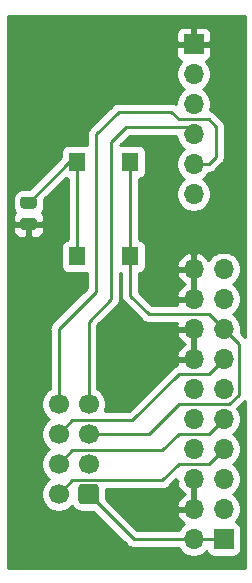
<source format=gtl>
G04 #@! TF.GenerationSoftware,KiCad,Pcbnew,5.1.10*
G04 #@! TF.CreationDate,2021-10-24T19:29:33+00:00*
G04 #@! TF.ProjectId,stm32-debug-breakout,73746d33-322d-4646-9562-75672d627265,rev?*
G04 #@! TF.SameCoordinates,Original*
G04 #@! TF.FileFunction,Copper,L1,Top*
G04 #@! TF.FilePolarity,Positive*
%FSLAX46Y46*%
G04 Gerber Fmt 4.6, Leading zero omitted, Abs format (unit mm)*
G04 Created by KiCad (PCBNEW 5.1.10) date 2021-10-24 19:29:33*
%MOMM*%
%LPD*%
G01*
G04 APERTURE LIST*
G04 #@! TA.AperFunction,SMDPad,CuDef*
%ADD10R,1.400000X1.600000*%
G04 #@! TD*
G04 #@! TA.AperFunction,ComponentPad*
%ADD11C,1.700000*%
G04 #@! TD*
G04 #@! TA.AperFunction,ComponentPad*
%ADD12O,1.700000X1.700000*%
G04 #@! TD*
G04 #@! TA.AperFunction,ComponentPad*
%ADD13R,1.700000X1.700000*%
G04 #@! TD*
G04 #@! TA.AperFunction,Conductor*
%ADD14C,0.250000*%
G04 #@! TD*
G04 #@! TA.AperFunction,Conductor*
%ADD15C,0.254000*%
G04 #@! TD*
G04 #@! TA.AperFunction,Conductor*
%ADD16C,0.100000*%
G04 #@! TD*
G04 APERTURE END LIST*
D10*
G04 #@! TO.P,SW1,2*
G04 #@! TO.N,/NRST*
X149570000Y-92900000D03*
G04 #@! TO.P,SW1,1*
X149570000Y-84900000D03*
G04 #@! TO.P,SW1,4*
G04 #@! TO.N,Net-(R1-Pad1)*
X145070000Y-92900000D03*
G04 #@! TO.P,SW1,3*
X145070000Y-84900000D03*
G04 #@! TD*
G04 #@! TO.P,R1,2*
G04 #@! TO.N,GND*
G04 #@! TA.AperFunction,SMDPad,CuDef*
G36*
G01*
X140519999Y-89657500D02*
X141420001Y-89657500D01*
G75*
G02*
X141670000Y-89907499I0J-249999D01*
G01*
X141670000Y-90432501D01*
G75*
G02*
X141420001Y-90682500I-249999J0D01*
G01*
X140519999Y-90682500D01*
G75*
G02*
X140270000Y-90432501I0J249999D01*
G01*
X140270000Y-89907499D01*
G75*
G02*
X140519999Y-89657500I249999J0D01*
G01*
G37*
G04 #@! TD.AperFunction*
G04 #@! TO.P,R1,1*
G04 #@! TO.N,Net-(R1-Pad1)*
G04 #@! TA.AperFunction,SMDPad,CuDef*
G36*
G01*
X140519999Y-87832500D02*
X141420001Y-87832500D01*
G75*
G02*
X141670000Y-88082499I0J-249999D01*
G01*
X141670000Y-88607501D01*
G75*
G02*
X141420001Y-88857500I-249999J0D01*
G01*
X140519999Y-88857500D01*
G75*
G02*
X140270000Y-88607501I0J249999D01*
G01*
X140270000Y-88082499D01*
G75*
G02*
X140519999Y-87832500I249999J0D01*
G01*
G37*
G04 #@! TD.AperFunction*
G04 #@! TD*
D11*
G04 #@! TO.P,J3,8*
G04 #@! TO.N,/RX*
X143510000Y-105410000D03*
G04 #@! TO.P,J3,6*
G04 #@! TO.N,/SWO*
X143510000Y-107950000D03*
G04 #@! TO.P,J3,4*
G04 #@! TO.N,/SWCLK*
X143510000Y-110490000D03*
G04 #@! TO.P,J3,2*
G04 #@! TO.N,/SWDIO*
X143510000Y-113030000D03*
G04 #@! TO.P,J3,7*
G04 #@! TO.N,/TX*
X146050000Y-105410000D03*
G04 #@! TO.P,J3,5*
G04 #@! TO.N,/NRST*
X146050000Y-107950000D03*
G04 #@! TO.P,J3,3*
G04 #@! TO.N,GND*
X146050000Y-110490000D03*
G04 #@! TO.P,J3,1*
G04 #@! TO.N,VCC*
G04 #@! TA.AperFunction,ComponentPad*
G36*
G01*
X146900000Y-112430000D02*
X146900000Y-113630000D01*
G75*
G02*
X146650000Y-113880000I-250000J0D01*
G01*
X145450000Y-113880000D01*
G75*
G02*
X145200000Y-113630000I0J250000D01*
G01*
X145200000Y-112430000D01*
G75*
G02*
X145450000Y-112180000I250000J0D01*
G01*
X146650000Y-112180000D01*
G75*
G02*
X146900000Y-112430000I0J-250000D01*
G01*
G37*
G04 #@! TD.AperFunction*
G04 #@! TD*
D12*
G04 #@! TO.P,J2,20*
G04 #@! TO.N,GND*
X154940000Y-93980000D03*
G04 #@! TO.P,J2,19*
G04 #@! TO.N,Net-(J2-Pad19)*
X157480000Y-93980000D03*
G04 #@! TO.P,J2,18*
G04 #@! TO.N,GND*
X154940000Y-96520000D03*
G04 #@! TO.P,J2,17*
G04 #@! TO.N,Net-(J2-Pad17)*
X157480000Y-96520000D03*
G04 #@! TO.P,J2,16*
G04 #@! TO.N,GND*
X154940000Y-99060000D03*
G04 #@! TO.P,J2,15*
G04 #@! TO.N,/NRST*
X157480000Y-99060000D03*
G04 #@! TO.P,J2,14*
G04 #@! TO.N,GND*
X154940000Y-101600000D03*
G04 #@! TO.P,J2,13*
G04 #@! TO.N,/SWO*
X157480000Y-101600000D03*
G04 #@! TO.P,J2,12*
G04 #@! TO.N,GND*
X154940000Y-104140000D03*
G04 #@! TO.P,J2,11*
G04 #@! TO.N,Net-(J2-Pad11)*
X157480000Y-104140000D03*
G04 #@! TO.P,J2,10*
G04 #@! TO.N,GND*
X154940000Y-106680000D03*
G04 #@! TO.P,J2,9*
G04 #@! TO.N,/SWCLK*
X157480000Y-106680000D03*
G04 #@! TO.P,J2,8*
G04 #@! TO.N,GND*
X154940000Y-109220000D03*
G04 #@! TO.P,J2,7*
G04 #@! TO.N,/SWDIO*
X157480000Y-109220000D03*
G04 #@! TO.P,J2,6*
G04 #@! TO.N,GND*
X154940000Y-111760000D03*
G04 #@! TO.P,J2,5*
G04 #@! TO.N,Net-(J2-Pad5)*
X157480000Y-111760000D03*
G04 #@! TO.P,J2,4*
G04 #@! TO.N,GND*
X154940000Y-114300000D03*
G04 #@! TO.P,J2,3*
G04 #@! TO.N,Net-(J2-Pad3)*
X157480000Y-114300000D03*
G04 #@! TO.P,J2,2*
G04 #@! TO.N,VCC*
X154940000Y-116840000D03*
D13*
G04 #@! TO.P,J2,1*
X157480000Y-116840000D03*
G04 #@! TD*
D12*
G04 #@! TO.P,J1,6*
G04 #@! TO.N,Net-(J1-Pad6)*
X154940000Y-87630000D03*
G04 #@! TO.P,J1,5*
G04 #@! TO.N,/RX*
X154940000Y-85090000D03*
G04 #@! TO.P,J1,4*
G04 #@! TO.N,/TX*
X154940000Y-82550000D03*
G04 #@! TO.P,J1,3*
G04 #@! TO.N,Net-(J1-Pad3)*
X154940000Y-80010000D03*
G04 #@! TO.P,J1,2*
G04 #@! TO.N,Net-(J1-Pad2)*
X154940000Y-77470000D03*
D13*
G04 #@! TO.P,J1,1*
G04 #@! TO.N,GND*
X154940000Y-74930000D03*
G04 #@! TD*
D14*
G04 #@! TO.N,/TX*
X154305000Y-81915000D02*
X154940000Y-82550000D01*
X149225000Y-81915000D02*
X154305000Y-81915000D01*
X147955000Y-83185000D02*
X149225000Y-81915000D01*
X147955000Y-96520000D02*
X147955000Y-83185000D01*
X146050000Y-98425000D02*
X147955000Y-96520000D01*
X146050000Y-105410000D02*
X146050000Y-98425000D01*
G04 #@! TO.N,/RX*
X148590000Y-80645000D02*
X153035000Y-80645000D01*
X146685000Y-95885000D02*
X146685000Y-82550000D01*
X143510000Y-99060000D02*
X146685000Y-95885000D01*
X146685000Y-82550000D02*
X148590000Y-80645000D01*
X143510000Y-105410000D02*
X143510000Y-99060000D01*
X153035000Y-80645000D02*
X153670000Y-81280000D01*
X153670000Y-81280000D02*
X156210000Y-81280000D01*
X156210000Y-81280000D02*
X156845000Y-81915000D01*
X156845000Y-81915000D02*
X156845000Y-84455000D01*
X156210000Y-85090000D02*
X154940000Y-85090000D01*
X156845000Y-84455000D02*
X156210000Y-85090000D01*
G04 #@! TO.N,/NRST*
X146050000Y-107950000D02*
X151130000Y-107950000D01*
X151130000Y-107950000D02*
X153670000Y-105410000D01*
X157949002Y-105410000D02*
X158750000Y-104609002D01*
X153670000Y-105410000D02*
X157949002Y-105410000D01*
X158750000Y-100330000D02*
X157480000Y-99060000D01*
X158750000Y-104609002D02*
X158750000Y-100330000D01*
X149570000Y-96230000D02*
X149570000Y-92900000D01*
X151130000Y-97790000D02*
X149570000Y-96230000D01*
X156210000Y-97790000D02*
X151130000Y-97790000D01*
X157480000Y-99060000D02*
X156210000Y-97790000D01*
X149570000Y-92900000D02*
X149570000Y-84900000D01*
G04 #@! TO.N,/SWO*
X144685001Y-106774999D02*
X143510000Y-107950000D01*
X149765001Y-106774999D02*
X144685001Y-106774999D01*
X153670000Y-102870000D02*
X149765001Y-106774999D01*
X156210000Y-102870000D02*
X153670000Y-102870000D01*
X157480000Y-101600000D02*
X156210000Y-102870000D01*
G04 #@! TO.N,/SWCLK*
X144685001Y-109314999D02*
X152305001Y-109314999D01*
X143510000Y-110490000D02*
X144685001Y-109314999D01*
X152305001Y-109314999D02*
X153670000Y-107950000D01*
X156210000Y-107950000D02*
X157480000Y-106680000D01*
X153670000Y-107950000D02*
X156210000Y-107950000D01*
G04 #@! TO.N,/SWDIO*
X144685010Y-111854990D02*
X152305010Y-111854990D01*
X143510000Y-113030000D02*
X144685010Y-111854990D01*
X152305010Y-111854990D02*
X153670000Y-110490000D01*
X156210000Y-110490000D02*
X157480000Y-109220000D01*
X153670000Y-110490000D02*
X156210000Y-110490000D01*
G04 #@! TO.N,VCC*
X149860000Y-116840000D02*
X146050000Y-113030000D01*
X157480000Y-116840000D02*
X149860000Y-116840000D01*
G04 #@! TO.N,Net-(R1-Pad1)*
X144415000Y-84900000D02*
X140970000Y-88345000D01*
X145070000Y-84900000D02*
X144415000Y-84900000D01*
X145070000Y-92900000D02*
X145070000Y-84900000D01*
G04 #@! TD*
D15*
G04 #@! TO.N,GND*
X159258000Y-99763198D02*
X158921210Y-99426408D01*
X158965000Y-99206260D01*
X158965000Y-98913740D01*
X158907932Y-98626842D01*
X158795990Y-98356589D01*
X158633475Y-98113368D01*
X158426632Y-97906525D01*
X158252240Y-97790000D01*
X158426632Y-97673475D01*
X158633475Y-97466632D01*
X158795990Y-97223411D01*
X158907932Y-96953158D01*
X158965000Y-96666260D01*
X158965000Y-96373740D01*
X158907932Y-96086842D01*
X158795990Y-95816589D01*
X158633475Y-95573368D01*
X158426632Y-95366525D01*
X158252240Y-95250000D01*
X158426632Y-95133475D01*
X158633475Y-94926632D01*
X158795990Y-94683411D01*
X158907932Y-94413158D01*
X158965000Y-94126260D01*
X158965000Y-93833740D01*
X158907932Y-93546842D01*
X158795990Y-93276589D01*
X158633475Y-93033368D01*
X158426632Y-92826525D01*
X158183411Y-92664010D01*
X157913158Y-92552068D01*
X157626260Y-92495000D01*
X157333740Y-92495000D01*
X157046842Y-92552068D01*
X156776589Y-92664010D01*
X156533368Y-92826525D01*
X156326525Y-93033368D01*
X156208900Y-93209406D01*
X156037588Y-92979731D01*
X155821355Y-92784822D01*
X155571252Y-92635843D01*
X155296891Y-92538519D01*
X155067000Y-92659186D01*
X155067000Y-93853000D01*
X155087000Y-93853000D01*
X155087000Y-94107000D01*
X155067000Y-94107000D01*
X155067000Y-96393000D01*
X155087000Y-96393000D01*
X155087000Y-96647000D01*
X155067000Y-96647000D01*
X155067000Y-96667000D01*
X154813000Y-96667000D01*
X154813000Y-96647000D01*
X153619845Y-96647000D01*
X153498524Y-96876890D01*
X153543175Y-97024099D01*
X153545986Y-97030000D01*
X151444802Y-97030000D01*
X150330000Y-95915199D01*
X150330000Y-94336890D01*
X153498524Y-94336890D01*
X153543175Y-94484099D01*
X153668359Y-94746920D01*
X153842412Y-94980269D01*
X154058645Y-95175178D01*
X154184255Y-95250000D01*
X154058645Y-95324822D01*
X153842412Y-95519731D01*
X153668359Y-95753080D01*
X153543175Y-96015901D01*
X153498524Y-96163110D01*
X153619845Y-96393000D01*
X154813000Y-96393000D01*
X154813000Y-94107000D01*
X153619845Y-94107000D01*
X153498524Y-94336890D01*
X150330000Y-94336890D01*
X150330000Y-94332163D01*
X150394482Y-94325812D01*
X150514180Y-94289502D01*
X150624494Y-94230537D01*
X150721185Y-94151185D01*
X150800537Y-94054494D01*
X150859502Y-93944180D01*
X150895812Y-93824482D01*
X150908072Y-93700000D01*
X150908072Y-93623110D01*
X153498524Y-93623110D01*
X153619845Y-93853000D01*
X154813000Y-93853000D01*
X154813000Y-92659186D01*
X154583109Y-92538519D01*
X154308748Y-92635843D01*
X154058645Y-92784822D01*
X153842412Y-92979731D01*
X153668359Y-93213080D01*
X153543175Y-93475901D01*
X153498524Y-93623110D01*
X150908072Y-93623110D01*
X150908072Y-92100000D01*
X150895812Y-91975518D01*
X150859502Y-91855820D01*
X150800537Y-91745506D01*
X150721185Y-91648815D01*
X150624494Y-91569463D01*
X150514180Y-91510498D01*
X150394482Y-91474188D01*
X150330000Y-91467837D01*
X150330000Y-86332163D01*
X150394482Y-86325812D01*
X150514180Y-86289502D01*
X150624494Y-86230537D01*
X150721185Y-86151185D01*
X150800537Y-86054494D01*
X150859502Y-85944180D01*
X150895812Y-85824482D01*
X150908072Y-85700000D01*
X150908072Y-84100000D01*
X150895812Y-83975518D01*
X150859502Y-83855820D01*
X150800537Y-83745506D01*
X150721185Y-83648815D01*
X150624494Y-83569463D01*
X150514180Y-83510498D01*
X150394482Y-83474188D01*
X150270000Y-83461928D01*
X148870000Y-83461928D01*
X148745518Y-83474188D01*
X148738477Y-83476324D01*
X149539802Y-82675000D01*
X153455000Y-82675000D01*
X153455000Y-82696260D01*
X153512068Y-82983158D01*
X153624010Y-83253411D01*
X153786525Y-83496632D01*
X153993368Y-83703475D01*
X154167760Y-83820000D01*
X153993368Y-83936525D01*
X153786525Y-84143368D01*
X153624010Y-84386589D01*
X153512068Y-84656842D01*
X153455000Y-84943740D01*
X153455000Y-85236260D01*
X153512068Y-85523158D01*
X153624010Y-85793411D01*
X153786525Y-86036632D01*
X153993368Y-86243475D01*
X154167760Y-86360000D01*
X153993368Y-86476525D01*
X153786525Y-86683368D01*
X153624010Y-86926589D01*
X153512068Y-87196842D01*
X153455000Y-87483740D01*
X153455000Y-87776260D01*
X153512068Y-88063158D01*
X153624010Y-88333411D01*
X153786525Y-88576632D01*
X153993368Y-88783475D01*
X154236589Y-88945990D01*
X154506842Y-89057932D01*
X154793740Y-89115000D01*
X155086260Y-89115000D01*
X155373158Y-89057932D01*
X155643411Y-88945990D01*
X155886632Y-88783475D01*
X156093475Y-88576632D01*
X156255990Y-88333411D01*
X156367932Y-88063158D01*
X156425000Y-87776260D01*
X156425000Y-87483740D01*
X156367932Y-87196842D01*
X156255990Y-86926589D01*
X156093475Y-86683368D01*
X155886632Y-86476525D01*
X155712240Y-86360000D01*
X155886632Y-86243475D01*
X156093475Y-86036632D01*
X156216125Y-85853073D01*
X156247322Y-85850000D01*
X156247333Y-85850000D01*
X156358986Y-85839003D01*
X156502247Y-85795546D01*
X156634276Y-85724974D01*
X156750001Y-85630001D01*
X156773803Y-85600998D01*
X157356002Y-85018800D01*
X157385001Y-84995001D01*
X157479974Y-84879276D01*
X157550546Y-84747247D01*
X157594003Y-84603986D01*
X157605000Y-84492333D01*
X157608677Y-84455000D01*
X157605000Y-84417667D01*
X157605000Y-81952333D01*
X157608677Y-81915000D01*
X157594003Y-81766014D01*
X157550546Y-81622753D01*
X157479974Y-81490724D01*
X157408799Y-81403997D01*
X157385001Y-81374999D01*
X157356003Y-81351201D01*
X156773803Y-80769002D01*
X156750001Y-80739999D01*
X156634276Y-80645026D01*
X156502247Y-80574454D01*
X156358986Y-80530997D01*
X156332624Y-80528400D01*
X156367932Y-80443158D01*
X156425000Y-80156260D01*
X156425000Y-79863740D01*
X156367932Y-79576842D01*
X156255990Y-79306589D01*
X156093475Y-79063368D01*
X155886632Y-78856525D01*
X155712240Y-78740000D01*
X155886632Y-78623475D01*
X156093475Y-78416632D01*
X156255990Y-78173411D01*
X156367932Y-77903158D01*
X156425000Y-77616260D01*
X156425000Y-77323740D01*
X156367932Y-77036842D01*
X156255990Y-76766589D01*
X156093475Y-76523368D01*
X155961620Y-76391513D01*
X156034180Y-76369502D01*
X156144494Y-76310537D01*
X156241185Y-76231185D01*
X156320537Y-76134494D01*
X156379502Y-76024180D01*
X156415812Y-75904482D01*
X156428072Y-75780000D01*
X156425000Y-75215750D01*
X156266250Y-75057000D01*
X155067000Y-75057000D01*
X155067000Y-75077000D01*
X154813000Y-75077000D01*
X154813000Y-75057000D01*
X153613750Y-75057000D01*
X153455000Y-75215750D01*
X153451928Y-75780000D01*
X153464188Y-75904482D01*
X153500498Y-76024180D01*
X153559463Y-76134494D01*
X153638815Y-76231185D01*
X153735506Y-76310537D01*
X153845820Y-76369502D01*
X153918380Y-76391513D01*
X153786525Y-76523368D01*
X153624010Y-76766589D01*
X153512068Y-77036842D01*
X153455000Y-77323740D01*
X153455000Y-77616260D01*
X153512068Y-77903158D01*
X153624010Y-78173411D01*
X153786525Y-78416632D01*
X153993368Y-78623475D01*
X154167760Y-78740000D01*
X153993368Y-78856525D01*
X153786525Y-79063368D01*
X153624010Y-79306589D01*
X153512068Y-79576842D01*
X153455000Y-79863740D01*
X153455000Y-80007740D01*
X153327247Y-79939454D01*
X153183986Y-79895997D01*
X153072333Y-79885000D01*
X153072322Y-79885000D01*
X153035000Y-79881324D01*
X152997678Y-79885000D01*
X148627323Y-79885000D01*
X148590000Y-79881324D01*
X148552677Y-79885000D01*
X148552667Y-79885000D01*
X148441014Y-79895997D01*
X148297753Y-79939454D01*
X148165724Y-80010026D01*
X148049999Y-80104999D01*
X148026201Y-80133997D01*
X146173998Y-81986201D01*
X146145000Y-82009999D01*
X146121202Y-82038997D01*
X146121201Y-82038998D01*
X146050026Y-82125724D01*
X145979454Y-82257754D01*
X145954726Y-82339276D01*
X145935998Y-82401014D01*
X145930681Y-82455001D01*
X145921324Y-82550000D01*
X145925001Y-82587332D01*
X145925001Y-83483446D01*
X145894482Y-83474188D01*
X145770000Y-83461928D01*
X144370000Y-83461928D01*
X144245518Y-83474188D01*
X144125820Y-83510498D01*
X144015506Y-83569463D01*
X143918815Y-83648815D01*
X143839463Y-83745506D01*
X143780498Y-83855820D01*
X143744188Y-83975518D01*
X143731928Y-84100000D01*
X143731928Y-84508270D01*
X141045771Y-87194428D01*
X140519999Y-87194428D01*
X140346745Y-87211492D01*
X140180149Y-87262028D01*
X140026613Y-87344095D01*
X139892038Y-87454538D01*
X139781595Y-87589113D01*
X139699528Y-87742649D01*
X139648992Y-87909245D01*
X139631928Y-88082499D01*
X139631928Y-88607501D01*
X139648992Y-88780755D01*
X139699528Y-88947351D01*
X139781595Y-89100887D01*
X139848276Y-89182137D01*
X139818815Y-89206315D01*
X139739463Y-89303006D01*
X139680498Y-89413320D01*
X139644188Y-89533018D01*
X139631928Y-89657500D01*
X139635000Y-89884250D01*
X139793750Y-90043000D01*
X140843000Y-90043000D01*
X140843000Y-90023000D01*
X141097000Y-90023000D01*
X141097000Y-90043000D01*
X142146250Y-90043000D01*
X142305000Y-89884250D01*
X142308072Y-89657500D01*
X142295812Y-89533018D01*
X142259502Y-89413320D01*
X142200537Y-89303006D01*
X142121185Y-89206315D01*
X142091724Y-89182137D01*
X142158405Y-89100887D01*
X142240472Y-88947351D01*
X142291008Y-88780755D01*
X142308072Y-88607501D01*
X142308072Y-88082499D01*
X142308003Y-88081798D01*
X144109189Y-86280613D01*
X144125820Y-86289502D01*
X144245518Y-86325812D01*
X144310001Y-86332163D01*
X144310000Y-91467837D01*
X144245518Y-91474188D01*
X144125820Y-91510498D01*
X144015506Y-91569463D01*
X143918815Y-91648815D01*
X143839463Y-91745506D01*
X143780498Y-91855820D01*
X143744188Y-91975518D01*
X143731928Y-92100000D01*
X143731928Y-93700000D01*
X143744188Y-93824482D01*
X143780498Y-93944180D01*
X143839463Y-94054494D01*
X143918815Y-94151185D01*
X144015506Y-94230537D01*
X144125820Y-94289502D01*
X144245518Y-94325812D01*
X144370000Y-94338072D01*
X145770000Y-94338072D01*
X145894482Y-94325812D01*
X145925000Y-94316554D01*
X145925000Y-95570198D01*
X142998998Y-98496201D01*
X142970000Y-98519999D01*
X142946202Y-98548997D01*
X142946201Y-98548998D01*
X142875026Y-98635724D01*
X142804454Y-98767754D01*
X142779726Y-98849276D01*
X142760999Y-98911013D01*
X142760998Y-98911015D01*
X142746324Y-99060000D01*
X142750001Y-99097332D01*
X142750000Y-104131821D01*
X142563368Y-104256525D01*
X142356525Y-104463368D01*
X142194010Y-104706589D01*
X142082068Y-104976842D01*
X142025000Y-105263740D01*
X142025000Y-105556260D01*
X142082068Y-105843158D01*
X142194010Y-106113411D01*
X142356525Y-106356632D01*
X142563368Y-106563475D01*
X142737760Y-106680000D01*
X142563368Y-106796525D01*
X142356525Y-107003368D01*
X142194010Y-107246589D01*
X142082068Y-107516842D01*
X142025000Y-107803740D01*
X142025000Y-108096260D01*
X142082068Y-108383158D01*
X142194010Y-108653411D01*
X142356525Y-108896632D01*
X142563368Y-109103475D01*
X142737760Y-109220000D01*
X142563368Y-109336525D01*
X142356525Y-109543368D01*
X142194010Y-109786589D01*
X142082068Y-110056842D01*
X142025000Y-110343740D01*
X142025000Y-110636260D01*
X142082068Y-110923158D01*
X142194010Y-111193411D01*
X142356525Y-111436632D01*
X142563368Y-111643475D01*
X142737760Y-111760000D01*
X142563368Y-111876525D01*
X142356525Y-112083368D01*
X142194010Y-112326589D01*
X142082068Y-112596842D01*
X142025000Y-112883740D01*
X142025000Y-113176260D01*
X142082068Y-113463158D01*
X142194010Y-113733411D01*
X142356525Y-113976632D01*
X142563368Y-114183475D01*
X142806589Y-114345990D01*
X143076842Y-114457932D01*
X143363740Y-114515000D01*
X143656260Y-114515000D01*
X143943158Y-114457932D01*
X144213411Y-114345990D01*
X144456632Y-114183475D01*
X144643715Y-113996392D01*
X144711595Y-114123386D01*
X144822038Y-114257962D01*
X144956614Y-114368405D01*
X145110150Y-114450472D01*
X145276746Y-114501008D01*
X145450000Y-114518072D01*
X146463271Y-114518072D01*
X149296201Y-117351003D01*
X149319999Y-117380001D01*
X149435724Y-117474974D01*
X149567753Y-117545546D01*
X149711014Y-117589003D01*
X149822667Y-117600000D01*
X149822675Y-117600000D01*
X149860000Y-117603676D01*
X149897325Y-117600000D01*
X153661822Y-117600000D01*
X153786525Y-117786632D01*
X153993368Y-117993475D01*
X154236589Y-118155990D01*
X154506842Y-118267932D01*
X154793740Y-118325000D01*
X155086260Y-118325000D01*
X155373158Y-118267932D01*
X155643411Y-118155990D01*
X155886632Y-117993475D01*
X156018487Y-117861620D01*
X156040498Y-117934180D01*
X156099463Y-118044494D01*
X156178815Y-118141185D01*
X156275506Y-118220537D01*
X156385820Y-118279502D01*
X156505518Y-118315812D01*
X156630000Y-118328072D01*
X158330000Y-118328072D01*
X158454482Y-118315812D01*
X158574180Y-118279502D01*
X158684494Y-118220537D01*
X158781185Y-118141185D01*
X158860537Y-118044494D01*
X158919502Y-117934180D01*
X158955812Y-117814482D01*
X158968072Y-117690000D01*
X158968072Y-115990000D01*
X158955812Y-115865518D01*
X158919502Y-115745820D01*
X158860537Y-115635506D01*
X158781185Y-115538815D01*
X158684494Y-115459463D01*
X158574180Y-115400498D01*
X158501620Y-115378487D01*
X158633475Y-115246632D01*
X158795990Y-115003411D01*
X158907932Y-114733158D01*
X158965000Y-114446260D01*
X158965000Y-114153740D01*
X158907932Y-113866842D01*
X158795990Y-113596589D01*
X158633475Y-113353368D01*
X158426632Y-113146525D01*
X158252240Y-113030000D01*
X158426632Y-112913475D01*
X158633475Y-112706632D01*
X158795990Y-112463411D01*
X158907932Y-112193158D01*
X158965000Y-111906260D01*
X158965000Y-111613740D01*
X158907932Y-111326842D01*
X158795990Y-111056589D01*
X158633475Y-110813368D01*
X158426632Y-110606525D01*
X158252240Y-110490000D01*
X158426632Y-110373475D01*
X158633475Y-110166632D01*
X158795990Y-109923411D01*
X158907932Y-109653158D01*
X158965000Y-109366260D01*
X158965000Y-109073740D01*
X158907932Y-108786842D01*
X158795990Y-108516589D01*
X158633475Y-108273368D01*
X158426632Y-108066525D01*
X158252240Y-107950000D01*
X158426632Y-107833475D01*
X158633475Y-107626632D01*
X158795990Y-107383411D01*
X158907932Y-107113158D01*
X158965000Y-106826260D01*
X158965000Y-106533740D01*
X158907932Y-106246842D01*
X158795990Y-105976589D01*
X158660296Y-105773508D01*
X159258000Y-105175804D01*
X159258000Y-119253000D01*
X139192000Y-119253000D01*
X139192000Y-90682500D01*
X139631928Y-90682500D01*
X139644188Y-90806982D01*
X139680498Y-90926680D01*
X139739463Y-91036994D01*
X139818815Y-91133685D01*
X139915506Y-91213037D01*
X140025820Y-91272002D01*
X140145518Y-91308312D01*
X140270000Y-91320572D01*
X140684250Y-91317500D01*
X140843000Y-91158750D01*
X140843000Y-90297000D01*
X141097000Y-90297000D01*
X141097000Y-91158750D01*
X141255750Y-91317500D01*
X141670000Y-91320572D01*
X141794482Y-91308312D01*
X141914180Y-91272002D01*
X142024494Y-91213037D01*
X142121185Y-91133685D01*
X142200537Y-91036994D01*
X142259502Y-90926680D01*
X142295812Y-90806982D01*
X142308072Y-90682500D01*
X142305000Y-90455750D01*
X142146250Y-90297000D01*
X141097000Y-90297000D01*
X140843000Y-90297000D01*
X139793750Y-90297000D01*
X139635000Y-90455750D01*
X139631928Y-90682500D01*
X139192000Y-90682500D01*
X139192000Y-74080000D01*
X153451928Y-74080000D01*
X153455000Y-74644250D01*
X153613750Y-74803000D01*
X154813000Y-74803000D01*
X154813000Y-73603750D01*
X155067000Y-73603750D01*
X155067000Y-74803000D01*
X156266250Y-74803000D01*
X156425000Y-74644250D01*
X156428072Y-74080000D01*
X156415812Y-73955518D01*
X156379502Y-73835820D01*
X156320537Y-73725506D01*
X156241185Y-73628815D01*
X156144494Y-73549463D01*
X156034180Y-73490498D01*
X155914482Y-73454188D01*
X155790000Y-73441928D01*
X155225750Y-73445000D01*
X155067000Y-73603750D01*
X154813000Y-73603750D01*
X154654250Y-73445000D01*
X154090000Y-73441928D01*
X153965518Y-73454188D01*
X153845820Y-73490498D01*
X153735506Y-73549463D01*
X153638815Y-73628815D01*
X153559463Y-73725506D01*
X153500498Y-73835820D01*
X153464188Y-73955518D01*
X153451928Y-74080000D01*
X139192000Y-74080000D01*
X139192000Y-72517000D01*
X159258000Y-72517000D01*
X159258000Y-99763198D01*
G04 #@! TA.AperFunction,Conductor*
D16*
G36*
X159258000Y-99763198D02*
G01*
X158921210Y-99426408D01*
X158965000Y-99206260D01*
X158965000Y-98913740D01*
X158907932Y-98626842D01*
X158795990Y-98356589D01*
X158633475Y-98113368D01*
X158426632Y-97906525D01*
X158252240Y-97790000D01*
X158426632Y-97673475D01*
X158633475Y-97466632D01*
X158795990Y-97223411D01*
X158907932Y-96953158D01*
X158965000Y-96666260D01*
X158965000Y-96373740D01*
X158907932Y-96086842D01*
X158795990Y-95816589D01*
X158633475Y-95573368D01*
X158426632Y-95366525D01*
X158252240Y-95250000D01*
X158426632Y-95133475D01*
X158633475Y-94926632D01*
X158795990Y-94683411D01*
X158907932Y-94413158D01*
X158965000Y-94126260D01*
X158965000Y-93833740D01*
X158907932Y-93546842D01*
X158795990Y-93276589D01*
X158633475Y-93033368D01*
X158426632Y-92826525D01*
X158183411Y-92664010D01*
X157913158Y-92552068D01*
X157626260Y-92495000D01*
X157333740Y-92495000D01*
X157046842Y-92552068D01*
X156776589Y-92664010D01*
X156533368Y-92826525D01*
X156326525Y-93033368D01*
X156208900Y-93209406D01*
X156037588Y-92979731D01*
X155821355Y-92784822D01*
X155571252Y-92635843D01*
X155296891Y-92538519D01*
X155067000Y-92659186D01*
X155067000Y-93853000D01*
X155087000Y-93853000D01*
X155087000Y-94107000D01*
X155067000Y-94107000D01*
X155067000Y-96393000D01*
X155087000Y-96393000D01*
X155087000Y-96647000D01*
X155067000Y-96647000D01*
X155067000Y-96667000D01*
X154813000Y-96667000D01*
X154813000Y-96647000D01*
X153619845Y-96647000D01*
X153498524Y-96876890D01*
X153543175Y-97024099D01*
X153545986Y-97030000D01*
X151444802Y-97030000D01*
X150330000Y-95915199D01*
X150330000Y-94336890D01*
X153498524Y-94336890D01*
X153543175Y-94484099D01*
X153668359Y-94746920D01*
X153842412Y-94980269D01*
X154058645Y-95175178D01*
X154184255Y-95250000D01*
X154058645Y-95324822D01*
X153842412Y-95519731D01*
X153668359Y-95753080D01*
X153543175Y-96015901D01*
X153498524Y-96163110D01*
X153619845Y-96393000D01*
X154813000Y-96393000D01*
X154813000Y-94107000D01*
X153619845Y-94107000D01*
X153498524Y-94336890D01*
X150330000Y-94336890D01*
X150330000Y-94332163D01*
X150394482Y-94325812D01*
X150514180Y-94289502D01*
X150624494Y-94230537D01*
X150721185Y-94151185D01*
X150800537Y-94054494D01*
X150859502Y-93944180D01*
X150895812Y-93824482D01*
X150908072Y-93700000D01*
X150908072Y-93623110D01*
X153498524Y-93623110D01*
X153619845Y-93853000D01*
X154813000Y-93853000D01*
X154813000Y-92659186D01*
X154583109Y-92538519D01*
X154308748Y-92635843D01*
X154058645Y-92784822D01*
X153842412Y-92979731D01*
X153668359Y-93213080D01*
X153543175Y-93475901D01*
X153498524Y-93623110D01*
X150908072Y-93623110D01*
X150908072Y-92100000D01*
X150895812Y-91975518D01*
X150859502Y-91855820D01*
X150800537Y-91745506D01*
X150721185Y-91648815D01*
X150624494Y-91569463D01*
X150514180Y-91510498D01*
X150394482Y-91474188D01*
X150330000Y-91467837D01*
X150330000Y-86332163D01*
X150394482Y-86325812D01*
X150514180Y-86289502D01*
X150624494Y-86230537D01*
X150721185Y-86151185D01*
X150800537Y-86054494D01*
X150859502Y-85944180D01*
X150895812Y-85824482D01*
X150908072Y-85700000D01*
X150908072Y-84100000D01*
X150895812Y-83975518D01*
X150859502Y-83855820D01*
X150800537Y-83745506D01*
X150721185Y-83648815D01*
X150624494Y-83569463D01*
X150514180Y-83510498D01*
X150394482Y-83474188D01*
X150270000Y-83461928D01*
X148870000Y-83461928D01*
X148745518Y-83474188D01*
X148738477Y-83476324D01*
X149539802Y-82675000D01*
X153455000Y-82675000D01*
X153455000Y-82696260D01*
X153512068Y-82983158D01*
X153624010Y-83253411D01*
X153786525Y-83496632D01*
X153993368Y-83703475D01*
X154167760Y-83820000D01*
X153993368Y-83936525D01*
X153786525Y-84143368D01*
X153624010Y-84386589D01*
X153512068Y-84656842D01*
X153455000Y-84943740D01*
X153455000Y-85236260D01*
X153512068Y-85523158D01*
X153624010Y-85793411D01*
X153786525Y-86036632D01*
X153993368Y-86243475D01*
X154167760Y-86360000D01*
X153993368Y-86476525D01*
X153786525Y-86683368D01*
X153624010Y-86926589D01*
X153512068Y-87196842D01*
X153455000Y-87483740D01*
X153455000Y-87776260D01*
X153512068Y-88063158D01*
X153624010Y-88333411D01*
X153786525Y-88576632D01*
X153993368Y-88783475D01*
X154236589Y-88945990D01*
X154506842Y-89057932D01*
X154793740Y-89115000D01*
X155086260Y-89115000D01*
X155373158Y-89057932D01*
X155643411Y-88945990D01*
X155886632Y-88783475D01*
X156093475Y-88576632D01*
X156255990Y-88333411D01*
X156367932Y-88063158D01*
X156425000Y-87776260D01*
X156425000Y-87483740D01*
X156367932Y-87196842D01*
X156255990Y-86926589D01*
X156093475Y-86683368D01*
X155886632Y-86476525D01*
X155712240Y-86360000D01*
X155886632Y-86243475D01*
X156093475Y-86036632D01*
X156216125Y-85853073D01*
X156247322Y-85850000D01*
X156247333Y-85850000D01*
X156358986Y-85839003D01*
X156502247Y-85795546D01*
X156634276Y-85724974D01*
X156750001Y-85630001D01*
X156773803Y-85600998D01*
X157356002Y-85018800D01*
X157385001Y-84995001D01*
X157479974Y-84879276D01*
X157550546Y-84747247D01*
X157594003Y-84603986D01*
X157605000Y-84492333D01*
X157608677Y-84455000D01*
X157605000Y-84417667D01*
X157605000Y-81952333D01*
X157608677Y-81915000D01*
X157594003Y-81766014D01*
X157550546Y-81622753D01*
X157479974Y-81490724D01*
X157408799Y-81403997D01*
X157385001Y-81374999D01*
X157356003Y-81351201D01*
X156773803Y-80769002D01*
X156750001Y-80739999D01*
X156634276Y-80645026D01*
X156502247Y-80574454D01*
X156358986Y-80530997D01*
X156332624Y-80528400D01*
X156367932Y-80443158D01*
X156425000Y-80156260D01*
X156425000Y-79863740D01*
X156367932Y-79576842D01*
X156255990Y-79306589D01*
X156093475Y-79063368D01*
X155886632Y-78856525D01*
X155712240Y-78740000D01*
X155886632Y-78623475D01*
X156093475Y-78416632D01*
X156255990Y-78173411D01*
X156367932Y-77903158D01*
X156425000Y-77616260D01*
X156425000Y-77323740D01*
X156367932Y-77036842D01*
X156255990Y-76766589D01*
X156093475Y-76523368D01*
X155961620Y-76391513D01*
X156034180Y-76369502D01*
X156144494Y-76310537D01*
X156241185Y-76231185D01*
X156320537Y-76134494D01*
X156379502Y-76024180D01*
X156415812Y-75904482D01*
X156428072Y-75780000D01*
X156425000Y-75215750D01*
X156266250Y-75057000D01*
X155067000Y-75057000D01*
X155067000Y-75077000D01*
X154813000Y-75077000D01*
X154813000Y-75057000D01*
X153613750Y-75057000D01*
X153455000Y-75215750D01*
X153451928Y-75780000D01*
X153464188Y-75904482D01*
X153500498Y-76024180D01*
X153559463Y-76134494D01*
X153638815Y-76231185D01*
X153735506Y-76310537D01*
X153845820Y-76369502D01*
X153918380Y-76391513D01*
X153786525Y-76523368D01*
X153624010Y-76766589D01*
X153512068Y-77036842D01*
X153455000Y-77323740D01*
X153455000Y-77616260D01*
X153512068Y-77903158D01*
X153624010Y-78173411D01*
X153786525Y-78416632D01*
X153993368Y-78623475D01*
X154167760Y-78740000D01*
X153993368Y-78856525D01*
X153786525Y-79063368D01*
X153624010Y-79306589D01*
X153512068Y-79576842D01*
X153455000Y-79863740D01*
X153455000Y-80007740D01*
X153327247Y-79939454D01*
X153183986Y-79895997D01*
X153072333Y-79885000D01*
X153072322Y-79885000D01*
X153035000Y-79881324D01*
X152997678Y-79885000D01*
X148627323Y-79885000D01*
X148590000Y-79881324D01*
X148552677Y-79885000D01*
X148552667Y-79885000D01*
X148441014Y-79895997D01*
X148297753Y-79939454D01*
X148165724Y-80010026D01*
X148049999Y-80104999D01*
X148026201Y-80133997D01*
X146173998Y-81986201D01*
X146145000Y-82009999D01*
X146121202Y-82038997D01*
X146121201Y-82038998D01*
X146050026Y-82125724D01*
X145979454Y-82257754D01*
X145954726Y-82339276D01*
X145935998Y-82401014D01*
X145930681Y-82455001D01*
X145921324Y-82550000D01*
X145925001Y-82587332D01*
X145925001Y-83483446D01*
X145894482Y-83474188D01*
X145770000Y-83461928D01*
X144370000Y-83461928D01*
X144245518Y-83474188D01*
X144125820Y-83510498D01*
X144015506Y-83569463D01*
X143918815Y-83648815D01*
X143839463Y-83745506D01*
X143780498Y-83855820D01*
X143744188Y-83975518D01*
X143731928Y-84100000D01*
X143731928Y-84508270D01*
X141045771Y-87194428D01*
X140519999Y-87194428D01*
X140346745Y-87211492D01*
X140180149Y-87262028D01*
X140026613Y-87344095D01*
X139892038Y-87454538D01*
X139781595Y-87589113D01*
X139699528Y-87742649D01*
X139648992Y-87909245D01*
X139631928Y-88082499D01*
X139631928Y-88607501D01*
X139648992Y-88780755D01*
X139699528Y-88947351D01*
X139781595Y-89100887D01*
X139848276Y-89182137D01*
X139818815Y-89206315D01*
X139739463Y-89303006D01*
X139680498Y-89413320D01*
X139644188Y-89533018D01*
X139631928Y-89657500D01*
X139635000Y-89884250D01*
X139793750Y-90043000D01*
X140843000Y-90043000D01*
X140843000Y-90023000D01*
X141097000Y-90023000D01*
X141097000Y-90043000D01*
X142146250Y-90043000D01*
X142305000Y-89884250D01*
X142308072Y-89657500D01*
X142295812Y-89533018D01*
X142259502Y-89413320D01*
X142200537Y-89303006D01*
X142121185Y-89206315D01*
X142091724Y-89182137D01*
X142158405Y-89100887D01*
X142240472Y-88947351D01*
X142291008Y-88780755D01*
X142308072Y-88607501D01*
X142308072Y-88082499D01*
X142308003Y-88081798D01*
X144109189Y-86280613D01*
X144125820Y-86289502D01*
X144245518Y-86325812D01*
X144310001Y-86332163D01*
X144310000Y-91467837D01*
X144245518Y-91474188D01*
X144125820Y-91510498D01*
X144015506Y-91569463D01*
X143918815Y-91648815D01*
X143839463Y-91745506D01*
X143780498Y-91855820D01*
X143744188Y-91975518D01*
X143731928Y-92100000D01*
X143731928Y-93700000D01*
X143744188Y-93824482D01*
X143780498Y-93944180D01*
X143839463Y-94054494D01*
X143918815Y-94151185D01*
X144015506Y-94230537D01*
X144125820Y-94289502D01*
X144245518Y-94325812D01*
X144370000Y-94338072D01*
X145770000Y-94338072D01*
X145894482Y-94325812D01*
X145925000Y-94316554D01*
X145925000Y-95570198D01*
X142998998Y-98496201D01*
X142970000Y-98519999D01*
X142946202Y-98548997D01*
X142946201Y-98548998D01*
X142875026Y-98635724D01*
X142804454Y-98767754D01*
X142779726Y-98849276D01*
X142760999Y-98911013D01*
X142760998Y-98911015D01*
X142746324Y-99060000D01*
X142750001Y-99097332D01*
X142750000Y-104131821D01*
X142563368Y-104256525D01*
X142356525Y-104463368D01*
X142194010Y-104706589D01*
X142082068Y-104976842D01*
X142025000Y-105263740D01*
X142025000Y-105556260D01*
X142082068Y-105843158D01*
X142194010Y-106113411D01*
X142356525Y-106356632D01*
X142563368Y-106563475D01*
X142737760Y-106680000D01*
X142563368Y-106796525D01*
X142356525Y-107003368D01*
X142194010Y-107246589D01*
X142082068Y-107516842D01*
X142025000Y-107803740D01*
X142025000Y-108096260D01*
X142082068Y-108383158D01*
X142194010Y-108653411D01*
X142356525Y-108896632D01*
X142563368Y-109103475D01*
X142737760Y-109220000D01*
X142563368Y-109336525D01*
X142356525Y-109543368D01*
X142194010Y-109786589D01*
X142082068Y-110056842D01*
X142025000Y-110343740D01*
X142025000Y-110636260D01*
X142082068Y-110923158D01*
X142194010Y-111193411D01*
X142356525Y-111436632D01*
X142563368Y-111643475D01*
X142737760Y-111760000D01*
X142563368Y-111876525D01*
X142356525Y-112083368D01*
X142194010Y-112326589D01*
X142082068Y-112596842D01*
X142025000Y-112883740D01*
X142025000Y-113176260D01*
X142082068Y-113463158D01*
X142194010Y-113733411D01*
X142356525Y-113976632D01*
X142563368Y-114183475D01*
X142806589Y-114345990D01*
X143076842Y-114457932D01*
X143363740Y-114515000D01*
X143656260Y-114515000D01*
X143943158Y-114457932D01*
X144213411Y-114345990D01*
X144456632Y-114183475D01*
X144643715Y-113996392D01*
X144711595Y-114123386D01*
X144822038Y-114257962D01*
X144956614Y-114368405D01*
X145110150Y-114450472D01*
X145276746Y-114501008D01*
X145450000Y-114518072D01*
X146463271Y-114518072D01*
X149296201Y-117351003D01*
X149319999Y-117380001D01*
X149435724Y-117474974D01*
X149567753Y-117545546D01*
X149711014Y-117589003D01*
X149822667Y-117600000D01*
X149822675Y-117600000D01*
X149860000Y-117603676D01*
X149897325Y-117600000D01*
X153661822Y-117600000D01*
X153786525Y-117786632D01*
X153993368Y-117993475D01*
X154236589Y-118155990D01*
X154506842Y-118267932D01*
X154793740Y-118325000D01*
X155086260Y-118325000D01*
X155373158Y-118267932D01*
X155643411Y-118155990D01*
X155886632Y-117993475D01*
X156018487Y-117861620D01*
X156040498Y-117934180D01*
X156099463Y-118044494D01*
X156178815Y-118141185D01*
X156275506Y-118220537D01*
X156385820Y-118279502D01*
X156505518Y-118315812D01*
X156630000Y-118328072D01*
X158330000Y-118328072D01*
X158454482Y-118315812D01*
X158574180Y-118279502D01*
X158684494Y-118220537D01*
X158781185Y-118141185D01*
X158860537Y-118044494D01*
X158919502Y-117934180D01*
X158955812Y-117814482D01*
X158968072Y-117690000D01*
X158968072Y-115990000D01*
X158955812Y-115865518D01*
X158919502Y-115745820D01*
X158860537Y-115635506D01*
X158781185Y-115538815D01*
X158684494Y-115459463D01*
X158574180Y-115400498D01*
X158501620Y-115378487D01*
X158633475Y-115246632D01*
X158795990Y-115003411D01*
X158907932Y-114733158D01*
X158965000Y-114446260D01*
X158965000Y-114153740D01*
X158907932Y-113866842D01*
X158795990Y-113596589D01*
X158633475Y-113353368D01*
X158426632Y-113146525D01*
X158252240Y-113030000D01*
X158426632Y-112913475D01*
X158633475Y-112706632D01*
X158795990Y-112463411D01*
X158907932Y-112193158D01*
X158965000Y-111906260D01*
X158965000Y-111613740D01*
X158907932Y-111326842D01*
X158795990Y-111056589D01*
X158633475Y-110813368D01*
X158426632Y-110606525D01*
X158252240Y-110490000D01*
X158426632Y-110373475D01*
X158633475Y-110166632D01*
X158795990Y-109923411D01*
X158907932Y-109653158D01*
X158965000Y-109366260D01*
X158965000Y-109073740D01*
X158907932Y-108786842D01*
X158795990Y-108516589D01*
X158633475Y-108273368D01*
X158426632Y-108066525D01*
X158252240Y-107950000D01*
X158426632Y-107833475D01*
X158633475Y-107626632D01*
X158795990Y-107383411D01*
X158907932Y-107113158D01*
X158965000Y-106826260D01*
X158965000Y-106533740D01*
X158907932Y-106246842D01*
X158795990Y-105976589D01*
X158660296Y-105773508D01*
X159258000Y-105175804D01*
X159258000Y-119253000D01*
X139192000Y-119253000D01*
X139192000Y-90682500D01*
X139631928Y-90682500D01*
X139644188Y-90806982D01*
X139680498Y-90926680D01*
X139739463Y-91036994D01*
X139818815Y-91133685D01*
X139915506Y-91213037D01*
X140025820Y-91272002D01*
X140145518Y-91308312D01*
X140270000Y-91320572D01*
X140684250Y-91317500D01*
X140843000Y-91158750D01*
X140843000Y-90297000D01*
X141097000Y-90297000D01*
X141097000Y-91158750D01*
X141255750Y-91317500D01*
X141670000Y-91320572D01*
X141794482Y-91308312D01*
X141914180Y-91272002D01*
X142024494Y-91213037D01*
X142121185Y-91133685D01*
X142200537Y-91036994D01*
X142259502Y-90926680D01*
X142295812Y-90806982D01*
X142308072Y-90682500D01*
X142305000Y-90455750D01*
X142146250Y-90297000D01*
X141097000Y-90297000D01*
X140843000Y-90297000D01*
X139793750Y-90297000D01*
X139635000Y-90455750D01*
X139631928Y-90682500D01*
X139192000Y-90682500D01*
X139192000Y-74080000D01*
X153451928Y-74080000D01*
X153455000Y-74644250D01*
X153613750Y-74803000D01*
X154813000Y-74803000D01*
X154813000Y-73603750D01*
X155067000Y-73603750D01*
X155067000Y-74803000D01*
X156266250Y-74803000D01*
X156425000Y-74644250D01*
X156428072Y-74080000D01*
X156415812Y-73955518D01*
X156379502Y-73835820D01*
X156320537Y-73725506D01*
X156241185Y-73628815D01*
X156144494Y-73549463D01*
X156034180Y-73490498D01*
X155914482Y-73454188D01*
X155790000Y-73441928D01*
X155225750Y-73445000D01*
X155067000Y-73603750D01*
X154813000Y-73603750D01*
X154654250Y-73445000D01*
X154090000Y-73441928D01*
X153965518Y-73454188D01*
X153845820Y-73490498D01*
X153735506Y-73549463D01*
X153638815Y-73628815D01*
X153559463Y-73725506D01*
X153500498Y-73835820D01*
X153464188Y-73955518D01*
X153451928Y-74080000D01*
X139192000Y-74080000D01*
X139192000Y-72517000D01*
X159258000Y-72517000D01*
X159258000Y-99763198D01*
G37*
G04 #@! TD.AperFunction*
D15*
X155067000Y-111633000D02*
X155087000Y-111633000D01*
X155087000Y-111887000D01*
X155067000Y-111887000D01*
X155067000Y-114173000D01*
X155087000Y-114173000D01*
X155087000Y-114427000D01*
X155067000Y-114427000D01*
X155067000Y-114447000D01*
X154813000Y-114447000D01*
X154813000Y-114427000D01*
X153619845Y-114427000D01*
X153498524Y-114656890D01*
X153543175Y-114804099D01*
X153668359Y-115066920D01*
X153842412Y-115300269D01*
X154058645Y-115495178D01*
X154175534Y-115564805D01*
X153993368Y-115686525D01*
X153786525Y-115893368D01*
X153661822Y-116080000D01*
X150174802Y-116080000D01*
X147538072Y-113443271D01*
X147538072Y-112614990D01*
X152267688Y-112614990D01*
X152305010Y-112618666D01*
X152342332Y-112614990D01*
X152342343Y-112614990D01*
X152453996Y-112603993D01*
X152597257Y-112560536D01*
X152729286Y-112489964D01*
X152845011Y-112394991D01*
X152868814Y-112365987D01*
X153455000Y-111779801D01*
X153455000Y-111887002D01*
X153619844Y-111887002D01*
X153498524Y-112116890D01*
X153543175Y-112264099D01*
X153668359Y-112526920D01*
X153842412Y-112760269D01*
X154058645Y-112955178D01*
X154184255Y-113030000D01*
X154058645Y-113104822D01*
X153842412Y-113299731D01*
X153668359Y-113533080D01*
X153543175Y-113795901D01*
X153498524Y-113943110D01*
X153619845Y-114173000D01*
X154813000Y-114173000D01*
X154813000Y-111887000D01*
X154793000Y-111887000D01*
X154793000Y-111633000D01*
X154813000Y-111633000D01*
X154813000Y-111613000D01*
X155067000Y-111613000D01*
X155067000Y-111633000D01*
G04 #@! TA.AperFunction,Conductor*
D16*
G36*
X155067000Y-111633000D02*
G01*
X155087000Y-111633000D01*
X155087000Y-111887000D01*
X155067000Y-111887000D01*
X155067000Y-114173000D01*
X155087000Y-114173000D01*
X155087000Y-114427000D01*
X155067000Y-114427000D01*
X155067000Y-114447000D01*
X154813000Y-114447000D01*
X154813000Y-114427000D01*
X153619845Y-114427000D01*
X153498524Y-114656890D01*
X153543175Y-114804099D01*
X153668359Y-115066920D01*
X153842412Y-115300269D01*
X154058645Y-115495178D01*
X154175534Y-115564805D01*
X153993368Y-115686525D01*
X153786525Y-115893368D01*
X153661822Y-116080000D01*
X150174802Y-116080000D01*
X147538072Y-113443271D01*
X147538072Y-112614990D01*
X152267688Y-112614990D01*
X152305010Y-112618666D01*
X152342332Y-112614990D01*
X152342343Y-112614990D01*
X152453996Y-112603993D01*
X152597257Y-112560536D01*
X152729286Y-112489964D01*
X152845011Y-112394991D01*
X152868814Y-112365987D01*
X153455000Y-111779801D01*
X153455000Y-111887002D01*
X153619844Y-111887002D01*
X153498524Y-112116890D01*
X153543175Y-112264099D01*
X153668359Y-112526920D01*
X153842412Y-112760269D01*
X154058645Y-112955178D01*
X154184255Y-113030000D01*
X154058645Y-113104822D01*
X153842412Y-113299731D01*
X153668359Y-113533080D01*
X153543175Y-113795901D01*
X153498524Y-113943110D01*
X153619845Y-114173000D01*
X154813000Y-114173000D01*
X154813000Y-111887000D01*
X154793000Y-111887000D01*
X154793000Y-111633000D01*
X154813000Y-111633000D01*
X154813000Y-111613000D01*
X155067000Y-111613000D01*
X155067000Y-111633000D01*
G37*
G04 #@! TD.AperFunction*
D15*
X146243748Y-110475858D02*
X146229605Y-110490000D01*
X146243748Y-110504143D01*
X146064143Y-110683748D01*
X146050000Y-110669605D01*
X146035858Y-110683748D01*
X145856253Y-110504143D01*
X145870395Y-110490000D01*
X145856253Y-110475858D01*
X146035858Y-110296253D01*
X146050000Y-110310395D01*
X146064143Y-110296253D01*
X146243748Y-110475858D01*
G04 #@! TA.AperFunction,Conductor*
D16*
G36*
X146243748Y-110475858D02*
G01*
X146229605Y-110490000D01*
X146243748Y-110504143D01*
X146064143Y-110683748D01*
X146050000Y-110669605D01*
X146035858Y-110683748D01*
X145856253Y-110504143D01*
X145870395Y-110490000D01*
X145856253Y-110475858D01*
X146035858Y-110296253D01*
X146050000Y-110310395D01*
X146064143Y-110296253D01*
X146243748Y-110475858D01*
G37*
G04 #@! TD.AperFunction*
D15*
X155067000Y-109093000D02*
X155087000Y-109093000D01*
X155087000Y-109347000D01*
X155067000Y-109347000D01*
X155067000Y-109367000D01*
X154813000Y-109367000D01*
X154813000Y-109347000D01*
X154793000Y-109347000D01*
X154793000Y-109093000D01*
X154813000Y-109093000D01*
X154813000Y-109073000D01*
X155067000Y-109073000D01*
X155067000Y-109093000D01*
G04 #@! TA.AperFunction,Conductor*
D16*
G36*
X155067000Y-109093000D02*
G01*
X155087000Y-109093000D01*
X155087000Y-109347000D01*
X155067000Y-109347000D01*
X155067000Y-109367000D01*
X154813000Y-109367000D01*
X154813000Y-109347000D01*
X154793000Y-109347000D01*
X154793000Y-109093000D01*
X154813000Y-109093000D01*
X154813000Y-109073000D01*
X155067000Y-109073000D01*
X155067000Y-109093000D01*
G37*
G04 #@! TD.AperFunction*
D15*
X155067000Y-106553000D02*
X155087000Y-106553000D01*
X155087000Y-106807000D01*
X155067000Y-106807000D01*
X155067000Y-106827000D01*
X154813000Y-106827000D01*
X154813000Y-106807000D01*
X154793000Y-106807000D01*
X154793000Y-106553000D01*
X154813000Y-106553000D01*
X154813000Y-106533000D01*
X155067000Y-106533000D01*
X155067000Y-106553000D01*
G04 #@! TA.AperFunction,Conductor*
D16*
G36*
X155067000Y-106553000D02*
G01*
X155087000Y-106553000D01*
X155087000Y-106807000D01*
X155067000Y-106807000D01*
X155067000Y-106827000D01*
X154813000Y-106827000D01*
X154813000Y-106807000D01*
X154793000Y-106807000D01*
X154793000Y-106553000D01*
X154813000Y-106553000D01*
X154813000Y-106533000D01*
X155067000Y-106533000D01*
X155067000Y-106553000D01*
G37*
G04 #@! TD.AperFunction*
D15*
X148745518Y-94325812D02*
X148810001Y-94332163D01*
X148810000Y-96192677D01*
X148806324Y-96230000D01*
X148810000Y-96267322D01*
X148810000Y-96267332D01*
X148820997Y-96378985D01*
X148834956Y-96425001D01*
X148864454Y-96522246D01*
X148935026Y-96654276D01*
X148974871Y-96702826D01*
X149029999Y-96770001D01*
X149059003Y-96793804D01*
X150566200Y-98301002D01*
X150589999Y-98330001D01*
X150618997Y-98353799D01*
X150705723Y-98424974D01*
X150837753Y-98495546D01*
X150981014Y-98539003D01*
X151092667Y-98550000D01*
X151092676Y-98550000D01*
X151129999Y-98553676D01*
X151167322Y-98550000D01*
X153545986Y-98550000D01*
X153543175Y-98555901D01*
X153498524Y-98703110D01*
X153619845Y-98933000D01*
X154813000Y-98933000D01*
X154813000Y-98913000D01*
X155067000Y-98913000D01*
X155067000Y-98933000D01*
X155087000Y-98933000D01*
X155087000Y-99187000D01*
X155067000Y-99187000D01*
X155067000Y-101473000D01*
X155087000Y-101473000D01*
X155087000Y-101727000D01*
X155067000Y-101727000D01*
X155067000Y-101747000D01*
X154813000Y-101747000D01*
X154813000Y-101727000D01*
X153619845Y-101727000D01*
X153498524Y-101956890D01*
X153543175Y-102104099D01*
X153549870Y-102118155D01*
X153521014Y-102120997D01*
X153377753Y-102164454D01*
X153245724Y-102235026D01*
X153129999Y-102329999D01*
X153106201Y-102358997D01*
X149450200Y-106014999D01*
X147406753Y-106014999D01*
X147477932Y-105843158D01*
X147535000Y-105556260D01*
X147535000Y-105263740D01*
X147477932Y-104976842D01*
X147365990Y-104706589D01*
X147203475Y-104463368D01*
X146996632Y-104256525D01*
X146810000Y-104131822D01*
X146810000Y-99416890D01*
X153498524Y-99416890D01*
X153543175Y-99564099D01*
X153668359Y-99826920D01*
X153842412Y-100060269D01*
X154058645Y-100255178D01*
X154184255Y-100330000D01*
X154058645Y-100404822D01*
X153842412Y-100599731D01*
X153668359Y-100833080D01*
X153543175Y-101095901D01*
X153498524Y-101243110D01*
X153619845Y-101473000D01*
X154813000Y-101473000D01*
X154813000Y-99187000D01*
X153619845Y-99187000D01*
X153498524Y-99416890D01*
X146810000Y-99416890D01*
X146810000Y-98739801D01*
X148466004Y-97083798D01*
X148495001Y-97060001D01*
X148589974Y-96944276D01*
X148660546Y-96812247D01*
X148704003Y-96668986D01*
X148715000Y-96557333D01*
X148715000Y-96557323D01*
X148718676Y-96520000D01*
X148715000Y-96482677D01*
X148715000Y-94316554D01*
X148745518Y-94325812D01*
G04 #@! TA.AperFunction,Conductor*
D16*
G36*
X148745518Y-94325812D02*
G01*
X148810001Y-94332163D01*
X148810000Y-96192677D01*
X148806324Y-96230000D01*
X148810000Y-96267322D01*
X148810000Y-96267332D01*
X148820997Y-96378985D01*
X148834956Y-96425001D01*
X148864454Y-96522246D01*
X148935026Y-96654276D01*
X148974871Y-96702826D01*
X149029999Y-96770001D01*
X149059003Y-96793804D01*
X150566200Y-98301002D01*
X150589999Y-98330001D01*
X150618997Y-98353799D01*
X150705723Y-98424974D01*
X150837753Y-98495546D01*
X150981014Y-98539003D01*
X151092667Y-98550000D01*
X151092676Y-98550000D01*
X151129999Y-98553676D01*
X151167322Y-98550000D01*
X153545986Y-98550000D01*
X153543175Y-98555901D01*
X153498524Y-98703110D01*
X153619845Y-98933000D01*
X154813000Y-98933000D01*
X154813000Y-98913000D01*
X155067000Y-98913000D01*
X155067000Y-98933000D01*
X155087000Y-98933000D01*
X155087000Y-99187000D01*
X155067000Y-99187000D01*
X155067000Y-101473000D01*
X155087000Y-101473000D01*
X155087000Y-101727000D01*
X155067000Y-101727000D01*
X155067000Y-101747000D01*
X154813000Y-101747000D01*
X154813000Y-101727000D01*
X153619845Y-101727000D01*
X153498524Y-101956890D01*
X153543175Y-102104099D01*
X153549870Y-102118155D01*
X153521014Y-102120997D01*
X153377753Y-102164454D01*
X153245724Y-102235026D01*
X153129999Y-102329999D01*
X153106201Y-102358997D01*
X149450200Y-106014999D01*
X147406753Y-106014999D01*
X147477932Y-105843158D01*
X147535000Y-105556260D01*
X147535000Y-105263740D01*
X147477932Y-104976842D01*
X147365990Y-104706589D01*
X147203475Y-104463368D01*
X146996632Y-104256525D01*
X146810000Y-104131822D01*
X146810000Y-99416890D01*
X153498524Y-99416890D01*
X153543175Y-99564099D01*
X153668359Y-99826920D01*
X153842412Y-100060269D01*
X154058645Y-100255178D01*
X154184255Y-100330000D01*
X154058645Y-100404822D01*
X153842412Y-100599731D01*
X153668359Y-100833080D01*
X153543175Y-101095901D01*
X153498524Y-101243110D01*
X153619845Y-101473000D01*
X154813000Y-101473000D01*
X154813000Y-99187000D01*
X153619845Y-99187000D01*
X153498524Y-99416890D01*
X146810000Y-99416890D01*
X146810000Y-98739801D01*
X148466004Y-97083798D01*
X148495001Y-97060001D01*
X148589974Y-96944276D01*
X148660546Y-96812247D01*
X148704003Y-96668986D01*
X148715000Y-96557333D01*
X148715000Y-96557323D01*
X148718676Y-96520000D01*
X148715000Y-96482677D01*
X148715000Y-94316554D01*
X148745518Y-94325812D01*
G37*
G04 #@! TD.AperFunction*
D15*
X155067000Y-104013000D02*
X155087000Y-104013000D01*
X155087000Y-104267000D01*
X155067000Y-104267000D01*
X155067000Y-104287000D01*
X154813000Y-104287000D01*
X154813000Y-104267000D01*
X154793000Y-104267000D01*
X154793000Y-104013000D01*
X154813000Y-104013000D01*
X154813000Y-103993000D01*
X155067000Y-103993000D01*
X155067000Y-104013000D01*
G04 #@! TA.AperFunction,Conductor*
D16*
G36*
X155067000Y-104013000D02*
G01*
X155087000Y-104013000D01*
X155087000Y-104267000D01*
X155067000Y-104267000D01*
X155067000Y-104287000D01*
X154813000Y-104287000D01*
X154813000Y-104267000D01*
X154793000Y-104267000D01*
X154793000Y-104013000D01*
X154813000Y-104013000D01*
X154813000Y-103993000D01*
X155067000Y-103993000D01*
X155067000Y-104013000D01*
G37*
G04 #@! TD.AperFunction*
G04 #@! TD*
M02*

</source>
